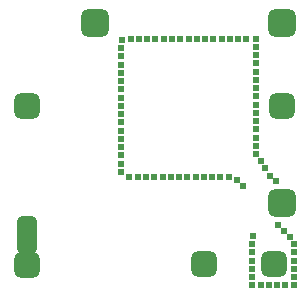
<source format=gbs>
%FSLAX25Y25*%
%MOIN*%
G70*
G01*
G75*
G04 Layer_Color=16711935*
G04:AMPARAMS|DCode=10|XSize=59.06mil|YSize=118.11mil|CornerRadius=14.76mil|HoleSize=0mil|Usage=FLASHONLY|Rotation=180.000|XOffset=0mil|YOffset=0mil|HoleType=Round|Shape=RoundedRectangle|*
%AMROUNDEDRECTD10*
21,1,0.05906,0.08858,0,0,180.0*
21,1,0.02953,0.11811,0,0,180.0*
1,1,0.02953,-0.01476,0.04429*
1,1,0.02953,0.01476,0.04429*
1,1,0.02953,0.01476,-0.04429*
1,1,0.02953,-0.01476,-0.04429*
%
%ADD10ROUNDEDRECTD10*%
G04:AMPARAMS|DCode=11|XSize=393.7mil|YSize=393.7mil|CornerRadius=98.43mil|HoleSize=0mil|Usage=FLASHONLY|Rotation=0.000|XOffset=0mil|YOffset=0mil|HoleType=Round|Shape=RoundedRectangle|*
%AMROUNDEDRECTD11*
21,1,0.39370,0.19685,0,0,0.0*
21,1,0.19685,0.39370,0,0,0.0*
1,1,0.19685,0.09843,-0.09843*
1,1,0.19685,-0.09843,-0.09843*
1,1,0.19685,-0.09843,0.09843*
1,1,0.19685,0.09843,0.09843*
%
%ADD11ROUNDEDRECTD11*%
G04:AMPARAMS|DCode=12|XSize=401.58mil|YSize=118.11mil|CornerRadius=29.53mil|HoleSize=0mil|Usage=FLASHONLY|Rotation=0.000|XOffset=0mil|YOffset=0mil|HoleType=Round|Shape=RoundedRectangle|*
%AMROUNDEDRECTD12*
21,1,0.40158,0.05906,0,0,0.0*
21,1,0.34252,0.11811,0,0,0.0*
1,1,0.05906,0.17126,-0.02953*
1,1,0.05906,-0.17126,-0.02953*
1,1,0.05906,-0.17126,0.02953*
1,1,0.05906,0.17126,0.02953*
%
%ADD12ROUNDEDRECTD12*%
%ADD13C,0.05906*%
%ADD14C,0.07874*%
G04:AMPARAMS|DCode=15|XSize=78.74mil|YSize=78.74mil|CornerRadius=19.69mil|HoleSize=0mil|Usage=FLASHONLY|Rotation=0.000|XOffset=0mil|YOffset=0mil|HoleType=Round|Shape=RoundedRectangle|*
%AMROUNDEDRECTD15*
21,1,0.07874,0.03937,0,0,0.0*
21,1,0.03937,0.07874,0,0,0.0*
1,1,0.03937,0.01969,-0.01969*
1,1,0.03937,-0.01969,-0.01969*
1,1,0.03937,-0.01969,0.01969*
1,1,0.03937,0.01969,0.01969*
%
%ADD15ROUNDEDRECTD15*%
G04:AMPARAMS|DCode=16|XSize=86.61mil|YSize=86.61mil|CornerRadius=21.65mil|HoleSize=0mil|Usage=FLASHONLY|Rotation=90.000|XOffset=0mil|YOffset=0mil|HoleType=Round|Shape=RoundedRectangle|*
%AMROUNDEDRECTD16*
21,1,0.08661,0.04331,0,0,90.0*
21,1,0.04331,0.08661,0,0,90.0*
1,1,0.04331,0.02165,0.02165*
1,1,0.04331,0.02165,-0.02165*
1,1,0.04331,-0.02165,-0.02165*
1,1,0.04331,-0.02165,0.02165*
%
%ADD16ROUNDEDRECTD16*%
G04:AMPARAMS|DCode=17|XSize=86.61mil|YSize=86.61mil|CornerRadius=21.65mil|HoleSize=0mil|Usage=FLASHONLY|Rotation=0.000|XOffset=0mil|YOffset=0mil|HoleType=Round|Shape=RoundedRectangle|*
%AMROUNDEDRECTD17*
21,1,0.08661,0.04331,0,0,0.0*
21,1,0.04331,0.08661,0,0,0.0*
1,1,0.04331,0.02165,-0.02165*
1,1,0.04331,-0.02165,-0.02165*
1,1,0.04331,-0.02165,0.02165*
1,1,0.04331,0.02165,0.02165*
%
%ADD17ROUNDEDRECTD17*%
%ADD18C,0.01575*%
%ADD19C,0.00394*%
%ADD20C,0.01000*%
G04:AMPARAMS|DCode=21|XSize=67.06mil|YSize=126.11mil|CornerRadius=18.76mil|HoleSize=0mil|Usage=FLASHONLY|Rotation=180.000|XOffset=0mil|YOffset=0mil|HoleType=Round|Shape=RoundedRectangle|*
%AMROUNDEDRECTD21*
21,1,0.06706,0.08858,0,0,180.0*
21,1,0.02953,0.12611,0,0,180.0*
1,1,0.03753,-0.01476,0.04429*
1,1,0.03753,0.01476,0.04429*
1,1,0.03753,0.01476,-0.04429*
1,1,0.03753,-0.01476,-0.04429*
%
%ADD21ROUNDEDRECTD21*%
G04:AMPARAMS|DCode=22|XSize=401.7mil|YSize=401.7mil|CornerRadius=102.43mil|HoleSize=0mil|Usage=FLASHONLY|Rotation=0.000|XOffset=0mil|YOffset=0mil|HoleType=Round|Shape=RoundedRectangle|*
%AMROUNDEDRECTD22*
21,1,0.40170,0.19685,0,0,0.0*
21,1,0.19685,0.40170,0,0,0.0*
1,1,0.20485,0.09843,-0.09843*
1,1,0.20485,-0.09843,-0.09843*
1,1,0.20485,-0.09843,0.09843*
1,1,0.20485,0.09843,0.09843*
%
%ADD22ROUNDEDRECTD22*%
G04:AMPARAMS|DCode=23|XSize=409.57mil|YSize=126.11mil|CornerRadius=33.53mil|HoleSize=0mil|Usage=FLASHONLY|Rotation=0.000|XOffset=0mil|YOffset=0mil|HoleType=Round|Shape=RoundedRectangle|*
%AMROUNDEDRECTD23*
21,1,0.40957,0.05906,0,0,0.0*
21,1,0.34252,0.12611,0,0,0.0*
1,1,0.06706,0.17126,-0.02953*
1,1,0.06706,-0.17126,-0.02953*
1,1,0.06706,-0.17126,0.02953*
1,1,0.06706,0.17126,0.02953*
%
%ADD23ROUNDEDRECTD23*%
G04:AMPARAMS|DCode=24|XSize=86.74mil|YSize=86.74mil|CornerRadius=23.69mil|HoleSize=0mil|Usage=FLASHONLY|Rotation=0.000|XOffset=0mil|YOffset=0mil|HoleType=Round|Shape=RoundedRectangle|*
%AMROUNDEDRECTD24*
21,1,0.08674,0.03937,0,0,0.0*
21,1,0.03937,0.08674,0,0,0.0*
1,1,0.04737,0.01969,-0.01969*
1,1,0.04737,-0.01969,-0.01969*
1,1,0.04737,-0.01969,0.01969*
1,1,0.04737,0.01969,0.01969*
%
%ADD24ROUNDEDRECTD24*%
G04:AMPARAMS|DCode=25|XSize=94.61mil|YSize=94.61mil|CornerRadius=25.65mil|HoleSize=0mil|Usage=FLASHONLY|Rotation=90.000|XOffset=0mil|YOffset=0mil|HoleType=Round|Shape=RoundedRectangle|*
%AMROUNDEDRECTD25*
21,1,0.09461,0.04331,0,0,90.0*
21,1,0.04331,0.09461,0,0,90.0*
1,1,0.05131,0.02165,0.02165*
1,1,0.05131,0.02165,-0.02165*
1,1,0.05131,-0.02165,-0.02165*
1,1,0.05131,-0.02165,0.02165*
%
%ADD25ROUNDEDRECTD25*%
G04:AMPARAMS|DCode=26|XSize=94.61mil|YSize=94.61mil|CornerRadius=25.65mil|HoleSize=0mil|Usage=FLASHONLY|Rotation=0.000|XOffset=0mil|YOffset=0mil|HoleType=Round|Shape=RoundedRectangle|*
%AMROUNDEDRECTD26*
21,1,0.09461,0.04331,0,0,0.0*
21,1,0.04331,0.09461,0,0,0.0*
1,1,0.05131,0.02165,-0.02165*
1,1,0.05131,-0.02165,-0.02165*
1,1,0.05131,-0.02165,0.02165*
1,1,0.05131,0.02165,0.02165*
%
%ADD26ROUNDEDRECTD26*%
%ADD27C,0.02375*%
D21*
X20079Y30315D02*
D03*
D24*
X102362Y20472D02*
D03*
X20079Y20079D02*
D03*
X79331Y20472D02*
D03*
X20079Y73228D02*
D03*
X105118Y73225D02*
D03*
D25*
X42913Y100984D02*
D03*
X105118D02*
D03*
D26*
Y40945D02*
D03*
D27*
X109055Y21654D02*
D03*
Y18898D02*
D03*
Y16142D02*
D03*
Y13386D02*
D03*
X106299D02*
D03*
X103543D02*
D03*
X100787D02*
D03*
X98032D02*
D03*
X95276D02*
D03*
Y16142D02*
D03*
Y18898D02*
D03*
X92126Y46457D02*
D03*
X103150Y48031D02*
D03*
X101181Y50000D02*
D03*
X99606Y52362D02*
D03*
X98032Y54724D02*
D03*
X95669Y29921D02*
D03*
X95276Y27165D02*
D03*
Y24409D02*
D03*
Y21654D02*
D03*
X103937Y33465D02*
D03*
X105905Y31496D02*
D03*
X107874Y29528D02*
D03*
X109055Y27165D02*
D03*
Y24409D02*
D03*
X96457Y57087D02*
D03*
Y59842D02*
D03*
Y62598D02*
D03*
Y65354D02*
D03*
Y68110D02*
D03*
Y70866D02*
D03*
Y73622D02*
D03*
Y76378D02*
D03*
Y79134D02*
D03*
Y81890D02*
D03*
Y84646D02*
D03*
Y87402D02*
D03*
Y90158D02*
D03*
Y92913D02*
D03*
Y95669D02*
D03*
X93307D02*
D03*
X90551D02*
D03*
X87795D02*
D03*
X85039D02*
D03*
X82284D02*
D03*
X79528D02*
D03*
X76772D02*
D03*
X74016D02*
D03*
X71260D02*
D03*
X68504D02*
D03*
X65748D02*
D03*
X62992D02*
D03*
X60236D02*
D03*
X57480D02*
D03*
X54724D02*
D03*
X51968Y95276D02*
D03*
X90158Y48425D02*
D03*
X87402Y49606D02*
D03*
X84646D02*
D03*
X81890D02*
D03*
X79134D02*
D03*
X76378D02*
D03*
X73622D02*
D03*
X70866D02*
D03*
X68110D02*
D03*
X65354D02*
D03*
X62598D02*
D03*
X59842D02*
D03*
X57087D02*
D03*
X54331D02*
D03*
X51575Y51181D02*
D03*
Y53937D02*
D03*
Y56693D02*
D03*
Y59449D02*
D03*
Y62205D02*
D03*
Y64961D02*
D03*
Y67716D02*
D03*
Y70472D02*
D03*
Y73228D02*
D03*
Y75984D02*
D03*
Y78740D02*
D03*
Y81496D02*
D03*
Y84252D02*
D03*
Y87008D02*
D03*
Y89764D02*
D03*
Y92520D02*
D03*
M02*

</source>
